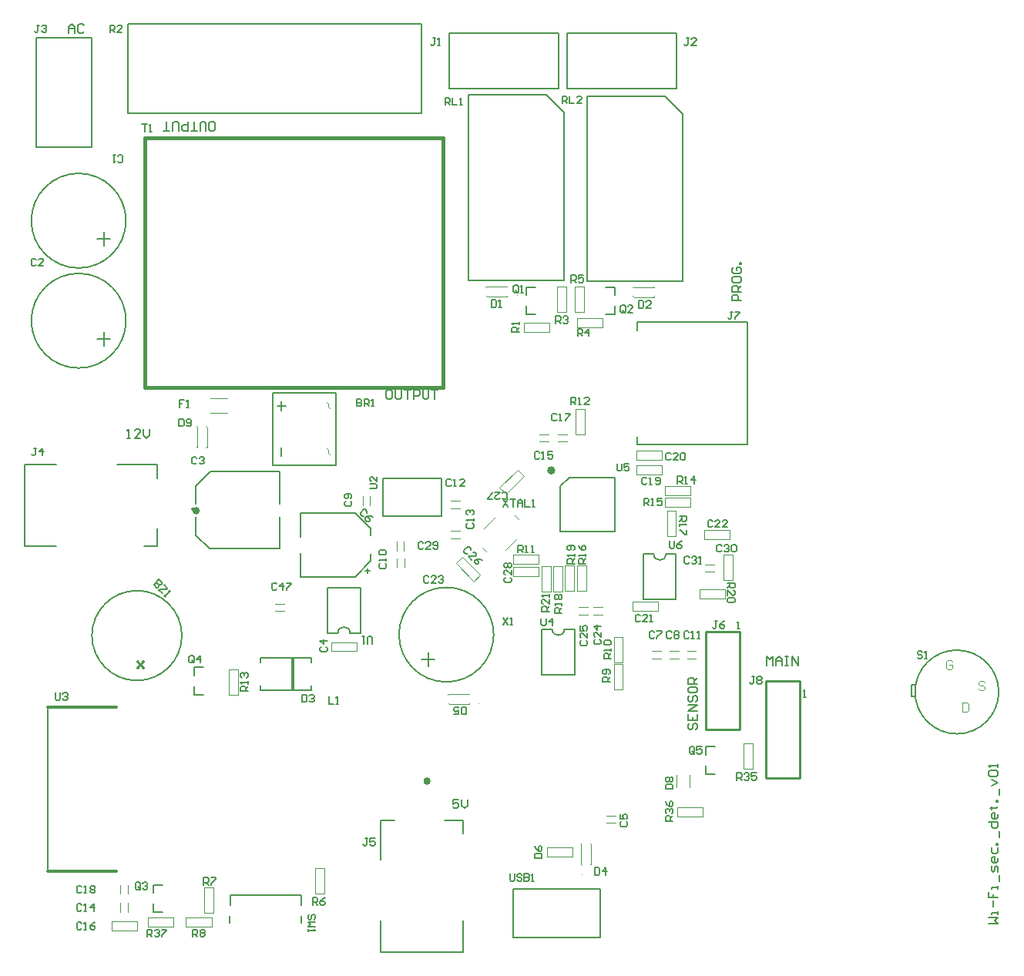
<source format=gto>
G04*
G04 #@! TF.GenerationSoftware,Altium Limited,Altium Designer,23.3.1 (30)*
G04*
G04 Layer_Color=65535*
%FSLAX25Y25*%
%MOIN*%
G70*
G04*
G04 #@! TF.SameCoordinates,F1967EA3-8312-49A4-A2FB-0AE49F0FF499*
G04*
G04*
G04 #@! TF.FilePolarity,Positive*
G04*
G01*
G75*
%ADD10C,0.01575*%
%ADD11C,0.00787*%
%ADD12C,0.01968*%
%ADD13C,0.00394*%
%ADD14C,0.00500*%
%ADD15C,0.01181*%
%ADD16C,0.00984*%
%ADD17C,0.00591*%
%ADD18R,0.01181X0.14173*%
D10*
X76417Y185512D02*
G03*
X76417Y185512I-787J0D01*
G01*
X176299Y68543D02*
G03*
X176299Y68543I-787J0D01*
G01*
X53543Y238807D02*
Y346850D01*
Y238807D02*
X182283D01*
Y346850D01*
X53543D02*
X182283D01*
D11*
X229646Y134252D02*
G03*
X234921Y134252I2638J0D01*
G01*
X273543Y166792D02*
G03*
X278818Y166792I2638J0D01*
G01*
X204331Y131889D02*
G03*
X204331Y131889I-20472J0D01*
G01*
X74410Y186221D02*
G03*
X74410Y186221I-394J0D01*
G01*
X422835Y107087D02*
G03*
X422835Y107087I-18110J0D01*
G01*
X69451Y131496D02*
G03*
X69451Y131496I-19451J0D01*
G01*
X142205Y132598D02*
G03*
X136929Y132598I-2638J0D01*
G01*
X45257Y311024D02*
G03*
X45257Y311024I-20472J0D01*
G01*
X45276Y267735D02*
G03*
X45276Y267735I-20472J0D01*
G01*
X57087Y11811D02*
X61024D01*
X57087D02*
Y15354D01*
Y23622D02*
X61024D01*
X57087Y20079D02*
Y23622D01*
X11417Y29528D02*
Y100394D01*
X225197Y134252D02*
X229646D01*
X234921D02*
X239370D01*
X227067Y114567D02*
X229528D01*
X225197D02*
X226870D01*
X225197D02*
Y134252D01*
X226870Y114567D02*
X227067D01*
X237697D02*
X239370D01*
X235039D02*
X237500D01*
X237697D01*
X229528D02*
X235039D01*
X239370D02*
Y134252D01*
X269094Y166792D02*
X273543D01*
X278818D02*
X283267D01*
X270964Y147107D02*
X273425D01*
X269094D02*
X270767D01*
X269094D02*
Y166792D01*
X270767Y147107D02*
X270964D01*
X281594D02*
X283267D01*
X278937D02*
X281397D01*
X281594D01*
X273425D02*
X278937D01*
X283267D02*
Y166792D01*
X175984Y118110D02*
Y124015D01*
X173031Y121063D02*
X178937D01*
X193543Y285276D02*
X234882D01*
X193543D02*
Y365591D01*
X227008D01*
X234882Y357716D01*
Y285276D02*
Y357716D01*
X233180Y176378D02*
Y196063D01*
X237117Y200000D01*
X256802D01*
X233180Y176378D02*
X256802D01*
Y200000D01*
X266535Y263543D02*
Y267087D01*
X314173D01*
Y214331D02*
Y267087D01*
X266535Y214331D02*
X314173D01*
X266535D02*
Y217480D01*
X236221Y392126D02*
X283465D01*
X236221Y391732D02*
Y392126D01*
Y368110D02*
Y391732D01*
Y368110D02*
X283465D01*
Y392126D01*
X185039D02*
X232283D01*
X185039Y391732D02*
Y392126D01*
Y368110D02*
Y391732D01*
Y368110D02*
X232283D01*
Y392126D01*
X244843Y284685D02*
X286181D01*
X244843D02*
Y365000D01*
X278307D01*
X286181Y357126D01*
Y284685D02*
Y357126D01*
X75591Y194144D02*
Y196260D01*
Y188583D02*
Y191486D01*
X81299Y169291D02*
X111811D01*
Y182677D01*
X75591Y191486D02*
Y194144D01*
Y196260D02*
X81693Y202362D01*
X111811D01*
Y188583D02*
Y202362D01*
X75591Y175000D02*
Y178543D01*
Y175000D02*
X81299Y169291D01*
X75591Y178543D02*
Y182677D01*
X296063Y79921D02*
Y83465D01*
X300000D01*
X296063Y71653D02*
Y75197D01*
Y71653D02*
X300000D01*
X385039Y105118D02*
X386614D01*
X385039D02*
Y110236D01*
X386614D01*
X218504Y270472D02*
X222441D01*
X218504D02*
Y274016D01*
Y282283D02*
X222441D01*
X218504Y278740D02*
Y282283D01*
X212795Y3740D02*
Y21850D01*
X250590D01*
Y984D02*
Y21850D01*
X227756Y984D02*
X235630D01*
X212795D02*
Y3740D01*
Y984D02*
X223819D01*
X239567D02*
X250590D01*
X223819D02*
X227756D01*
X235630D02*
X239567D01*
X252756Y282283D02*
X256693D01*
Y278740D02*
Y282283D01*
X252756Y270472D02*
X256693D01*
Y274016D01*
X90158Y7087D02*
Y10236D01*
X121260Y7087D02*
Y10236D01*
Y14961D02*
Y19291D01*
X90551D02*
X121260D01*
X90551Y14961D02*
Y19291D01*
X74803Y114173D02*
Y117717D01*
X78740D01*
X74803Y105905D02*
Y109449D01*
Y105905D02*
X78740D01*
X125531Y120000D02*
Y121968D01*
X103484D02*
X125531D01*
X103484Y120000D02*
Y121968D01*
Y107795D02*
Y109764D01*
Y107795D02*
X125531D01*
Y109764D01*
X110630Y230709D02*
X114567Y230709D01*
X112598Y232677D02*
X112599Y228740D01*
X112598Y212992D02*
X112599Y209055D01*
X108661Y205118D02*
X136221Y205118D01*
Y236614D01*
X108661Y236614D02*
X136221Y236614D01*
X108661Y205118D02*
Y236614D01*
X156299Y183071D02*
Y199606D01*
Y183071D02*
X181890D01*
Y199606D01*
X163878D02*
X174311D01*
X156299D02*
X163878D01*
X174311D02*
X181890D01*
X148819Y159370D02*
X150787D01*
X149803Y158386D02*
Y160354D01*
X150984Y174724D02*
Y177874D01*
X144291Y184567D02*
X150984Y177874D01*
X120669Y184567D02*
X144291D01*
X120669Y174331D02*
Y184567D01*
X150984Y163701D02*
Y166850D01*
X144291Y157008D02*
X150984Y163701D01*
X120669Y157008D02*
X144291D01*
X120669D02*
Y167244D01*
X132480Y132598D02*
Y152283D01*
X136811D02*
X142323D01*
X134153D02*
X134350D01*
X136811D01*
X132480D02*
X134153D01*
X144783D02*
X144980D01*
X146653Y132598D02*
Y152283D01*
X144980D02*
X146653D01*
X142323D02*
X144783D01*
X132480Y132598D02*
X136929D01*
X142205D02*
X146653D01*
X32658Y303150D02*
X38564D01*
X35611Y300197D02*
Y306102D01*
X46063Y357638D02*
Y396220D01*
Y357638D02*
X173228D01*
Y396220D01*
X46063D02*
X173228D01*
X6299Y342913D02*
Y390158D01*
Y342913D02*
X6693D01*
X30315D01*
Y390158D01*
X6299D02*
X30315D01*
X35630Y256909D02*
Y262814D01*
X32677Y259861D02*
X38583D01*
X322441Y118504D02*
Y122440D01*
X323753Y121128D01*
X325065Y122440D01*
Y118504D01*
X326377D02*
Y121128D01*
X327689Y122440D01*
X329000Y121128D01*
Y118504D01*
Y120472D01*
X326377D01*
X330312Y122440D02*
X331624D01*
X330968D01*
Y118504D01*
X330312D01*
X331624D01*
X333592D02*
Y122440D01*
X336216Y118504D01*
Y122440D01*
X289240Y93569D02*
X288584Y92913D01*
Y91601D01*
X289240Y90945D01*
X289896D01*
X290552Y91601D01*
Y92913D01*
X291208Y93569D01*
X291864D01*
X292520Y92913D01*
Y91601D01*
X291864Y90945D01*
X288584Y97504D02*
Y94881D01*
X292520D01*
Y97504D01*
X290552Y94881D02*
Y96193D01*
X292520Y98816D02*
X288584D01*
X292520Y101440D01*
X288584D01*
X289240Y105376D02*
X288584Y104720D01*
Y103408D01*
X289240Y102752D01*
X289896D01*
X290552Y103408D01*
Y104720D01*
X291208Y105376D01*
X291864D01*
X292520Y104720D01*
Y103408D01*
X291864Y102752D01*
X288584Y108656D02*
Y107344D01*
X289240Y106688D01*
X291864D01*
X292520Y107344D01*
Y108656D01*
X291864Y109312D01*
X289240D01*
X288584Y108656D01*
X292520Y110624D02*
X288584D01*
Y112591D01*
X289240Y113247D01*
X290552D01*
X291208Y112591D01*
Y110624D01*
Y111935D02*
X292520Y113247D01*
X311417Y276378D02*
X307482D01*
Y278346D01*
X308137Y279002D01*
X309449D01*
X310105Y278346D01*
Y276378D01*
X311417Y280314D02*
X307482D01*
Y282282D01*
X308137Y282938D01*
X309449D01*
X310105Y282282D01*
Y280314D01*
Y281626D02*
X311417Y282938D01*
X307482Y286217D02*
Y284905D01*
X308137Y284249D01*
X310761D01*
X311417Y284905D01*
Y286217D01*
X310761Y286873D01*
X308137D01*
X307482Y286217D01*
X308137Y290809D02*
X307482Y290153D01*
Y288841D01*
X308137Y288185D01*
X310761D01*
X311417Y288841D01*
Y290153D01*
X310761Y290809D01*
X309449D01*
Y289497D01*
X311417Y292121D02*
X310761D01*
Y292777D01*
X311417D01*
Y292121D01*
X189238Y60629D02*
X186614D01*
Y58661D01*
X187926Y59317D01*
X188582D01*
X189238Y58661D01*
Y57349D01*
X188582Y56693D01*
X187270D01*
X186614Y57349D01*
X190550Y60629D02*
Y58005D01*
X191862Y56693D01*
X193174Y58005D01*
Y60629D01*
X45669Y216929D02*
X46981D01*
X46325D01*
Y220865D01*
X45669Y220209D01*
X51573Y216929D02*
X48949D01*
X51573Y219553D01*
Y220209D01*
X50917Y220865D01*
X49605D01*
X48949Y220209D01*
X52885Y220865D02*
Y218241D01*
X54197Y216929D01*
X55509Y218241D01*
Y220865D01*
X20472Y392126D02*
Y394750D01*
X21784Y396062D01*
X23096Y394750D01*
Y392126D01*
Y394094D01*
X20472D01*
X27032Y395406D02*
X26376Y396062D01*
X25064D01*
X24408Y395406D01*
Y392782D01*
X25064Y392126D01*
X26376D01*
X27032Y392782D01*
X159842Y237794D02*
X158530D01*
X157874Y237138D01*
Y234514D01*
X158530Y233858D01*
X159842D01*
X160498Y234514D01*
Y237138D01*
X159842Y237794D01*
X161810D02*
Y234514D01*
X162466Y233858D01*
X163778D01*
X164434Y234514D01*
Y237794D01*
X165745D02*
X168369D01*
X167057D01*
Y233858D01*
X169681D02*
Y237794D01*
X171649D01*
X172305Y237138D01*
Y235826D01*
X171649Y235170D01*
X169681D01*
X173617Y237794D02*
Y234514D01*
X174273Y233858D01*
X175585D01*
X176241Y234514D01*
Y237794D01*
X177553D02*
X180176D01*
X178865D01*
Y233858D01*
X81890Y350001D02*
X83202D01*
X83858Y350657D01*
Y353281D01*
X83202Y353937D01*
X81890D01*
X81235Y353281D01*
Y350657D01*
X81890Y350001D01*
X79923D02*
Y353281D01*
X79267Y353937D01*
X77955D01*
X77299Y353281D01*
Y350001D01*
X75987D02*
X73363D01*
X74675D01*
Y353937D01*
X72051D02*
Y350001D01*
X70083D01*
X69427Y350657D01*
Y351969D01*
X70083Y352625D01*
X72051D01*
X68115Y350001D02*
Y353281D01*
X67459Y353937D01*
X66148D01*
X65492Y353281D01*
Y350001D01*
X64180D02*
X61556D01*
X62868D01*
Y353937D01*
D12*
X230030Y202953D02*
G03*
X230030Y202953I-787J0D01*
G01*
D13*
X242717Y28150D02*
G03*
X242717Y28150I-197J0D01*
G01*
X246457Y41142D02*
G03*
X246063Y41535I-394J0D01*
G01*
Y32087D02*
G03*
X246457Y32480I0J394D01*
G01*
X242126D02*
G03*
X242520Y32087I394J0D01*
G01*
Y41535D02*
G03*
X242126Y41142I0J-394D01*
G01*
X214606Y278543D02*
G03*
X214606Y278543I-197J0D01*
G01*
X201417Y282480D02*
G03*
X201024Y282087I0J-394D01*
G01*
X210472D02*
G03*
X210079Y282480I-394J0D01*
G01*
Y278150D02*
G03*
X210472Y278543I0J394D01*
G01*
X201024D02*
G03*
X201417Y278150I394J0D01*
G01*
X184646Y102165D02*
G03*
X185039Y101772I394J0D01*
G01*
X193701D02*
G03*
X194095Y102165I0J394D01*
G01*
Y105709D02*
G03*
X193701Y106102I-394J0D01*
G01*
X185039D02*
G03*
X184646Y105709I0J-394D01*
G01*
X198228Y102165D02*
G03*
X198228Y102165I-197J0D01*
G01*
X260827Y281890D02*
G03*
X260827Y281890I-197J0D01*
G01*
X273622Y277953D02*
G03*
X274016Y278346I0J394D01*
G01*
X264567D02*
G03*
X264961Y277953I394J0D01*
G01*
Y282283D02*
G03*
X264567Y281890I0J-394D01*
G01*
X274016D02*
G03*
X273622Y282283I-394J0D01*
G01*
X80118Y225984D02*
G03*
X80118Y225984I-197J0D01*
G01*
X75984Y212992D02*
G03*
X76378Y212598I394J0D01*
G01*
Y222047D02*
G03*
X75984Y221654I0J-394D01*
G01*
X80315D02*
G03*
X79921Y222047I-394J0D01*
G01*
Y212598D02*
G03*
X80315Y212992I0J394D01*
G01*
X79134Y22638D02*
X83071D01*
X79134Y11615D02*
Y22638D01*
Y11615D02*
X83071D01*
Y22638D01*
X54724Y5512D02*
X65748D01*
X54724D02*
Y9449D01*
X65748D01*
Y5512D02*
Y9449D01*
X109843Y145256D02*
X110827D01*
X112795D02*
X113779D01*
X110827D02*
X112795D01*
X109843Y142106D02*
X113779D01*
X243701Y218347D02*
Y229370D01*
X239764Y218347D02*
X243701D01*
X239764D02*
Y229370D01*
X243701D01*
X287992Y121595D02*
X291929D01*
X288976Y124744D02*
X290945D01*
X291929D01*
X287992D02*
X288976D01*
X280512Y121595D02*
X284449D01*
X281496Y124744D02*
X283465D01*
X284449D01*
X280512D02*
X281496D01*
X272835Y121595D02*
X276772D01*
X273819Y124744D02*
X275787D01*
X276772D01*
X272835D02*
X273819D01*
X199489Y169466D02*
X201159Y167796D01*
X209511Y168352D02*
X214522Y173363D01*
X213408Y183385D02*
X215078Y181715D01*
X200045Y177818D02*
X205056Y182829D01*
X190802Y165526D02*
X198597Y157731D01*
X195813Y154947D02*
X198597Y157731D01*
X188018Y162742D02*
X195813Y154947D01*
X188018Y162742D02*
X190802Y165526D01*
X289370Y187205D02*
Y191142D01*
X278346D02*
X289370D01*
X278346Y187205D02*
Y191142D01*
Y187205D02*
X289370D01*
X289369Y192126D02*
Y196063D01*
X278346D02*
X289369D01*
X278346Y192126D02*
Y196063D01*
Y192126D02*
X289369D01*
X227559Y35827D02*
X238583D01*
X227559D02*
Y39764D01*
X238583D01*
Y35827D02*
Y39764D01*
X256299Y119685D02*
X260236D01*
Y130709D01*
X256299D02*
X260236D01*
X256299Y119685D02*
Y130709D01*
X279331Y185433D02*
X283268D01*
X279331Y174409D02*
Y185433D01*
Y174409D02*
X283268D01*
Y185433D01*
X240354Y161811D02*
X244291D01*
X240354Y150787D02*
Y161811D01*
Y150787D02*
X244291D01*
Y161811D01*
X214710Y203321D02*
X217494Y200537D01*
X206915Y195526D02*
X214710Y203321D01*
X206915Y195526D02*
X209699Y192742D01*
X217494Y200537D01*
X256102Y50394D02*
X257087D01*
X253150D02*
X254134D01*
X256102D01*
X253150Y53543D02*
X257087D01*
X246457Y40748D02*
Y41142D01*
Y32480D02*
Y40748D01*
X242126Y32480D02*
Y32874D01*
Y40748D02*
Y41142D01*
Y32874D02*
Y40748D01*
X165748Y163976D02*
Y164961D01*
Y161024D02*
Y162008D01*
Y163976D01*
X162598Y161024D02*
Y164961D01*
X150787Y190748D02*
Y191732D01*
Y187795D02*
Y188779D01*
Y190748D01*
X147638Y187795D02*
Y191732D01*
X316383Y73819D02*
Y84843D01*
X312446Y73819D02*
X316383D01*
X312446D02*
Y84843D01*
X316383D01*
X283859Y57087D02*
X294882D01*
Y53150D02*
Y57087D01*
X283859Y53150D02*
X294882D01*
X283859D02*
Y57087D01*
X283465Y65748D02*
Y71260D01*
X288976Y65748D02*
Y71260D01*
X231890Y282480D02*
X235827D01*
X231890Y271457D02*
Y282480D01*
Y271457D02*
X235827D01*
Y282480D01*
X201417Y282480D02*
X201811D01*
X210079D01*
X209685Y278150D02*
X210079D01*
X201417D02*
X201811D01*
X209685D01*
X240551Y264961D02*
X251575D01*
X240551D02*
Y268898D01*
X251575D01*
Y264961D02*
Y268898D01*
X217323Y262992D02*
Y266929D01*
Y262992D02*
X228346D01*
Y266929D01*
X217323D02*
X228346D01*
X277165Y201181D02*
Y205118D01*
X266142D02*
X277165D01*
X266142Y201181D02*
Y205118D01*
Y201181D02*
X277165D01*
X277165Y207578D02*
Y211515D01*
X266141D02*
X277165D01*
X266141Y207578D02*
Y211515D01*
Y207578D02*
X277165D01*
X275590Y142126D02*
Y146063D01*
X264567D02*
X275590D01*
X264567Y142126D02*
Y146063D01*
Y142126D02*
X275590D01*
X306299Y173228D02*
Y177165D01*
X295276D02*
X306299D01*
X295276Y173228D02*
Y177165D01*
Y173228D02*
X306299D01*
X232087Y218543D02*
X236024D01*
X233071Y215394D02*
X235039D01*
X232087D02*
X233071D01*
X235039D02*
X236024D01*
X224213D02*
X228150D01*
X225197Y218543D02*
X227165D01*
X228150D01*
X224213D02*
X225197D01*
X303937Y155512D02*
X307874D01*
Y166535D01*
X303937D02*
X307874D01*
X303937Y155512D02*
Y166535D01*
X295669Y162284D02*
X299606D01*
X296654Y159134D02*
X298622D01*
X295669D02*
X296654D01*
X298622D02*
X299606D01*
X293307Y151418D02*
X304331D01*
Y147481D02*
Y151418D01*
X293307Y147481D02*
X304331D01*
X293307D02*
Y151418D01*
X212794Y166613D02*
X223818D01*
Y162676D02*
Y166613D01*
X212794Y162676D02*
X223818D01*
X212794D02*
Y166613D01*
X212795Y157164D02*
Y161101D01*
Y157164D02*
X223818D01*
Y161101D01*
X212795D02*
X223818D01*
X235236Y150787D02*
Y161811D01*
X239173D01*
Y150787D02*
Y161811D01*
X235236Y150787D02*
X239173D01*
X225197Y150393D02*
Y161417D01*
X229134D01*
Y150393D02*
Y161417D01*
X225197Y150393D02*
X229134D01*
X230118D02*
Y161417D01*
X234055D01*
Y150393D02*
Y161417D01*
X230118Y150393D02*
X234055D01*
X241142Y140551D02*
X245079D01*
X242126Y143701D02*
X244094D01*
X245079D01*
X241142D02*
X242126D01*
X247441D02*
X251378D01*
X248425Y140551D02*
X250394D01*
X247441D02*
X248425D01*
X250394D02*
X251378D01*
X260236Y108268D02*
Y119291D01*
X256299Y108268D02*
X260236D01*
X256299D02*
Y119291D01*
X260236D01*
X185433Y101772D02*
X193307D01*
X185039D02*
X185433D01*
X193307D02*
X193701D01*
X185433Y106102D02*
X193701D01*
X185039D02*
X185433D01*
X273228Y277953D02*
X273622D01*
X264961D02*
X273228D01*
X264961Y282283D02*
X265354D01*
X273228D02*
X273622D01*
X265354D02*
X273228D01*
X239370Y282480D02*
X243307D01*
X239370Y271456D02*
Y282480D01*
Y271456D02*
X243307D01*
Y282480D01*
X162402Y168110D02*
Y169095D01*
Y171063D02*
Y172047D01*
Y169095D02*
Y171063D01*
X165551Y168110D02*
Y172047D01*
X75984Y212992D02*
Y213386D01*
Y221654D01*
X80315Y221260D02*
Y221654D01*
Y212992D02*
Y213386D01*
Y221260D01*
X71260Y5512D02*
X82284D01*
X71260D02*
Y9449D01*
X82284D01*
Y5512D02*
Y9449D01*
X131102Y19685D02*
Y30709D01*
X127165Y19685D02*
X131102D01*
X127165D02*
Y30709D01*
X131102D01*
X45947Y19685D02*
Y23622D01*
X42797Y20669D02*
Y22638D01*
Y23622D01*
Y19685D02*
Y20669D01*
X42797Y11811D02*
Y15748D01*
X45947Y12795D02*
Y14764D01*
Y11811D02*
Y12795D01*
Y14764D02*
Y15748D01*
X38976Y3937D02*
Y7874D01*
Y3937D02*
X50000D01*
Y7874D01*
X38976D02*
X50000D01*
X93701Y105709D02*
Y116733D01*
X89764Y105709D02*
X93701D01*
X89764D02*
Y116733D01*
X93701D01*
X185827Y176772D02*
X189764D01*
X186811Y173622D02*
X188779D01*
X185827D02*
X186811D01*
X188779D02*
X189764D01*
X185827Y186614D02*
X189764D01*
X186811Y189764D02*
X188779D01*
X189764D01*
X185827D02*
X186811D01*
X81890Y234272D02*
X88976D01*
X81890Y227972D02*
X88976D01*
X134055Y124724D02*
X145079D01*
X134055D02*
Y128661D01*
X145079D01*
Y124724D02*
Y128661D01*
X402624Y120209D02*
X401968Y120865D01*
X400656D01*
X400000Y120209D01*
Y117585D01*
X400656Y116929D01*
X401968D01*
X402624Y117585D01*
Y118897D01*
X401312D01*
X416797Y111154D02*
X416141Y111810D01*
X414829D01*
X414173Y111154D01*
Y110498D01*
X414829Y109842D01*
X416141D01*
X416797Y109186D01*
Y108530D01*
X416141Y107874D01*
X414829D01*
X414173Y108530D01*
X407087Y102361D02*
Y98425D01*
X409055D01*
X409710Y99081D01*
Y101705D01*
X409055Y102361D01*
X407087D01*
X133465Y229921D02*
X132809Y230577D01*
Y231889D01*
X132153Y232545D01*
X133465Y209842D02*
X132809Y210498D01*
Y211810D01*
X132153Y212466D01*
D14*
X1575Y170079D02*
Y205512D01*
X15157D01*
X41535D02*
X58661D01*
Y199606D02*
Y205512D01*
Y170079D02*
Y177953D01*
X1575Y170079D02*
X15157D01*
X52953D02*
X58661D01*
X155512Y-5512D02*
X190945D01*
X155512D02*
Y8071D01*
Y34449D02*
Y51575D01*
X161417D01*
X183071D02*
X190945D01*
Y-5512D02*
Y8071D01*
Y45866D02*
Y51575D01*
D15*
X11417Y29528D02*
X40945D01*
X11417Y100394D02*
X40945D01*
D16*
X310630Y90886D02*
Y133012D01*
X296063Y90886D02*
X310630D01*
X296063D02*
Y133012D01*
X310630D01*
X336614Y69882D02*
Y112008D01*
X322047Y69882D02*
X336614D01*
X322047D02*
Y112008D01*
X336614D01*
X50000Y120361D02*
X52784Y117577D01*
X50000D02*
X52784Y120361D01*
D17*
X418440Y6890D02*
X422375D01*
X421064Y8202D01*
X422375Y9514D01*
X418440D01*
X422375Y10825D02*
Y12137D01*
Y11481D01*
X419752D01*
Y10825D01*
X420408Y14105D02*
Y16729D01*
X418440Y20665D02*
Y18041D01*
X420408D01*
Y19353D01*
Y18041D01*
X422375D01*
Y21977D02*
Y23289D01*
Y22633D01*
X419752D01*
Y21977D01*
X423032Y25256D02*
Y27880D01*
X422375Y29192D02*
Y31160D01*
X421720Y31816D01*
X421064Y31160D01*
Y29848D01*
X420408Y29192D01*
X419752Y29848D01*
Y31816D01*
X422375Y35096D02*
Y33784D01*
X421720Y33128D01*
X420408D01*
X419752Y33784D01*
Y35096D01*
X420408Y35752D01*
X421064D01*
Y33128D01*
X419752Y39688D02*
Y37720D01*
X420408Y37064D01*
X421720D01*
X422375Y37720D01*
Y39688D01*
Y40999D02*
X421720D01*
Y41655D01*
X422375D01*
Y40999D01*
X423032Y44279D02*
Y46903D01*
X418440Y50839D02*
X422375D01*
Y48871D01*
X421720Y48215D01*
X420408D01*
X419752Y48871D01*
Y50839D01*
X422375Y54119D02*
Y52807D01*
X421720Y52151D01*
X420408D01*
X419752Y52807D01*
Y54119D01*
X420408Y54775D01*
X421064D01*
Y52151D01*
X419096Y56742D02*
X419752D01*
Y56086D01*
Y57398D01*
Y56742D01*
X421720D01*
X422375Y57398D01*
Y59366D02*
X421720D01*
Y60022D01*
X422375D01*
Y59366D01*
X423032Y62646D02*
Y65270D01*
X419752Y66582D02*
X422375Y67894D01*
X419752Y69206D01*
X419096Y70517D02*
X418440Y71174D01*
Y72485D01*
X419096Y73141D01*
X421720D01*
X422375Y72485D01*
Y71174D01*
X421720Y70517D01*
X419096D01*
X422375Y74453D02*
Y75765D01*
Y75109D01*
X418440D01*
X419096Y74453D01*
X309646Y134449D02*
X310695D01*
X310170D01*
Y137597D01*
X309646Y137073D01*
X338386Y104921D02*
X339435D01*
X338911D01*
Y108070D01*
X338386Y107545D01*
X110499Y153805D02*
X109975Y154330D01*
X108925D01*
X108400Y153805D01*
Y151706D01*
X108925Y151182D01*
X109975D01*
X110499Y151706D01*
X113123Y151182D02*
Y154330D01*
X111549Y152756D01*
X113648D01*
X114698Y154330D02*
X116797D01*
Y153805D01*
X114698Y151706D01*
Y151182D01*
X68242Y225196D02*
Y222048D01*
X69817D01*
X70341Y222572D01*
Y224672D01*
X69817Y225196D01*
X68242D01*
X71391Y222572D02*
X71916Y222048D01*
X72965D01*
X73490Y222572D01*
Y224672D01*
X72965Y225196D01*
X71916D01*
X71391Y224672D01*
Y224147D01*
X71916Y223622D01*
X73490D01*
X54463Y1182D02*
Y4330D01*
X56038D01*
X56562Y3805D01*
Y2756D01*
X56038Y2231D01*
X54463D01*
X55513D02*
X56562Y1182D01*
X57612Y3805D02*
X58137Y4330D01*
X59186D01*
X59711Y3805D01*
Y3281D01*
X59186Y2756D01*
X58661D01*
X59186D01*
X59711Y2231D01*
Y1706D01*
X59186Y1182D01*
X58137D01*
X57612Y1706D01*
X60760Y4330D02*
X62859D01*
Y3805D01*
X60760Y1706D01*
Y1182D01*
X208424Y190473D02*
X210523Y187325D01*
Y190473D02*
X208424Y187325D01*
X211573Y190473D02*
X213672D01*
X212622D01*
Y187325D01*
X214721D02*
Y189424D01*
X215771Y190473D01*
X216821Y189424D01*
Y187325D01*
Y188899D01*
X214721D01*
X217870Y190473D02*
Y187325D01*
X219969D01*
X221019D02*
X222068D01*
X221543D01*
Y190473D01*
X221019Y189948D01*
X208300Y139249D02*
X210399Y136100D01*
Y139249D02*
X208300Y136100D01*
X211449D02*
X212498D01*
X211973D01*
Y139249D01*
X211449Y138724D01*
X211288Y28346D02*
Y25722D01*
X211813Y25197D01*
X212862D01*
X213387Y25722D01*
Y28346D01*
X216535Y27821D02*
X216011Y28346D01*
X214961D01*
X214436Y27821D01*
Y27296D01*
X214961Y26772D01*
X216011D01*
X216535Y26247D01*
Y25722D01*
X216011Y25197D01*
X214961D01*
X214436Y25722D01*
X217585Y28346D02*
Y25197D01*
X219159D01*
X219684Y25722D01*
Y26247D01*
X219159Y26772D01*
X217585D01*
X219159D01*
X219684Y27296D01*
Y27821D01*
X219159Y28346D01*
X217585D01*
X220734Y25197D02*
X221783D01*
X221258D01*
Y28346D01*
X220734Y27821D01*
X280447Y172440D02*
Y169817D01*
X280972Y169292D01*
X282021D01*
X282546Y169817D01*
Y172440D01*
X285695D02*
X284645Y171916D01*
X283596Y170866D01*
Y169817D01*
X284120Y169292D01*
X285170D01*
X285695Y169817D01*
Y170341D01*
X285170Y170866D01*
X283596D01*
X257612Y205905D02*
Y203281D01*
X258137Y202756D01*
X259187D01*
X259712Y203281D01*
Y205905D01*
X262860D02*
X260761D01*
Y204331D01*
X261810Y204855D01*
X262335D01*
X262860Y204331D01*
Y203281D01*
X262335Y202756D01*
X261286D01*
X260761Y203281D01*
X224935Y138976D02*
Y136352D01*
X225460Y135827D01*
X226509D01*
X227034Y136352D01*
Y138976D01*
X229658Y135827D02*
Y138976D01*
X228084Y137402D01*
X230183D01*
X14699Y106692D02*
Y104069D01*
X15224Y103544D01*
X16273D01*
X16798Y104069D01*
Y106692D01*
X17848Y106168D02*
X18372Y106692D01*
X19422D01*
X19947Y106168D01*
Y105643D01*
X19422Y105118D01*
X18897D01*
X19422D01*
X19947Y104593D01*
Y104069D01*
X19422Y103544D01*
X18372D01*
X17848Y104069D01*
X150788Y195014D02*
X153412D01*
X153937Y195539D01*
Y196588D01*
X153412Y197113D01*
X150788D01*
X153937Y200262D02*
Y198163D01*
X151837Y200262D01*
X151313D01*
X150788Y199737D01*
Y198687D01*
X151313Y198163D01*
X151705Y127953D02*
Y130577D01*
X151181Y131102D01*
X150131D01*
X149606Y130577D01*
Y127953D01*
X148557Y131102D02*
X147507D01*
X148032D01*
Y127953D01*
X148557Y128478D01*
X52232Y352755D02*
X54331D01*
X53281D01*
Y349607D01*
X55380D02*
X56430D01*
X55905D01*
Y352755D01*
X55380Y352231D01*
X126640Y8661D02*
X127165Y9186D01*
Y10235D01*
X126640Y10760D01*
X126115D01*
X125591Y10235D01*
Y9186D01*
X125066Y8661D01*
X124541D01*
X124016Y9186D01*
Y10235D01*
X124541Y10760D01*
X127165Y7611D02*
X124016D01*
X125066Y6562D01*
X124016Y5512D01*
X127165D01*
X124016Y4463D02*
Y3413D01*
Y3938D01*
X127165D01*
X126640Y4463D01*
X389764Y124278D02*
X389239Y124803D01*
X388190D01*
X387665Y124278D01*
Y123753D01*
X388190Y123228D01*
X389239D01*
X389764Y122704D01*
Y122179D01*
X389239Y121654D01*
X388190D01*
X387665Y122179D01*
X390813Y121654D02*
X391863D01*
X391338D01*
Y124803D01*
X390813Y124278D01*
X233991Y361811D02*
Y364960D01*
X235565D01*
X236090Y364435D01*
Y363386D01*
X235565Y362861D01*
X233991D01*
X235040D02*
X236090Y361811D01*
X237139Y364960D02*
Y361811D01*
X239239D01*
X242387D02*
X240288D01*
X242387Y363911D01*
Y364435D01*
X241862Y364960D01*
X240813D01*
X240288Y364435D01*
X183335Y361024D02*
Y364173D01*
X184909D01*
X185434Y363648D01*
Y362598D01*
X184909Y362074D01*
X183335D01*
X184384D02*
X185434Y361024D01*
X186483Y364173D02*
Y361024D01*
X188582D01*
X189632D02*
X190681D01*
X190156D01*
Y364173D01*
X189632Y363648D01*
X281889Y51314D02*
X278741D01*
Y52888D01*
X279265Y53413D01*
X280315D01*
X280840Y52888D01*
Y51314D01*
Y52363D02*
X281889Y53413D01*
X279265Y54462D02*
X278741Y54987D01*
Y56037D01*
X279265Y56561D01*
X279790D01*
X280315Y56037D01*
Y55512D01*
Y56037D01*
X280840Y56561D01*
X281364D01*
X281889Y56037D01*
Y54987D01*
X281364Y54462D01*
X278741Y59710D02*
X279265Y58660D01*
X280315Y57611D01*
X281364D01*
X281889Y58136D01*
Y59185D01*
X281364Y59710D01*
X280840D01*
X280315Y59185D01*
Y57611D01*
X309581Y68898D02*
Y72047D01*
X311156D01*
X311681Y71522D01*
Y70473D01*
X311156Y69948D01*
X309581D01*
X310631D02*
X311681Y68898D01*
X312730Y71522D02*
X313255Y72047D01*
X314304D01*
X314829Y71522D01*
Y70997D01*
X314304Y70473D01*
X313779D01*
X314304D01*
X314829Y69948D01*
Y69423D01*
X314304Y68898D01*
X313255D01*
X312730Y69423D01*
X317978Y72047D02*
X315879D01*
Y70473D01*
X316928Y70997D01*
X317453D01*
X317978Y70473D01*
Y69423D01*
X317453Y68898D01*
X316403D01*
X315879Y69423D01*
X228346Y141996D02*
X225197D01*
Y143570D01*
X225722Y144095D01*
X226772D01*
X227296Y143570D01*
Y141996D01*
Y143045D02*
X228346Y144095D01*
Y147244D02*
Y145144D01*
X226247Y147244D01*
X225722D01*
X225197Y146719D01*
Y145669D01*
X225722Y145144D01*
X228346Y148293D02*
Y149343D01*
Y148818D01*
X225197D01*
X225722Y148293D01*
X305512Y154198D02*
X308661D01*
Y152624D01*
X308136Y152099D01*
X307087D01*
X306562Y152624D01*
Y154198D01*
Y153149D02*
X305512Y152099D01*
Y148951D02*
Y151049D01*
X307611Y148951D01*
X308136D01*
X308661Y149475D01*
Y150525D01*
X308136Y151049D01*
Y147901D02*
X308661Y147376D01*
Y146327D01*
X308136Y145802D01*
X306037D01*
X305512Y146327D01*
Y147376D01*
X306037Y147901D01*
X308136D01*
X239370Y162600D02*
X236221D01*
Y164174D01*
X236746Y164699D01*
X237795D01*
X238320Y164174D01*
Y162600D01*
Y163649D02*
X239370Y164699D01*
Y165748D02*
Y166798D01*
Y166273D01*
X236221D01*
X236746Y165748D01*
X238845Y168372D02*
X239370Y168897D01*
Y169946D01*
X238845Y170471D01*
X236746D01*
X236221Y169946D01*
Y168897D01*
X236746Y168372D01*
X237270D01*
X237795Y168897D01*
Y170471D01*
X233858Y141340D02*
X230709D01*
Y142914D01*
X231234Y143439D01*
X232283D01*
X232808Y142914D01*
Y141340D01*
Y142389D02*
X233858Y143439D01*
Y144488D02*
Y145538D01*
Y145013D01*
X230709D01*
X231234Y144488D01*
Y147112D02*
X230709Y147637D01*
Y148687D01*
X231234Y149211D01*
X231759D01*
X232283Y148687D01*
X232808Y149211D01*
X233333D01*
X233858Y148687D01*
Y147637D01*
X233333Y147112D01*
X232808D01*
X232283Y147637D01*
X231759Y147112D01*
X231234D01*
X232283Y147637D02*
Y148687D01*
X284646Y183070D02*
X287795D01*
Y181495D01*
X287270Y180971D01*
X286221D01*
X285696Y181495D01*
Y183070D01*
Y182020D02*
X284646Y180971D01*
Y179921D02*
Y178872D01*
Y179396D01*
X287795D01*
X287270Y179921D01*
X287795Y177297D02*
Y175198D01*
X287270D01*
X285171Y177297D01*
X284646D01*
X244094Y162600D02*
X240945D01*
Y164174D01*
X241470Y164699D01*
X242520D01*
X243044Y164174D01*
Y162600D01*
Y163649D02*
X244094Y164699D01*
Y165748D02*
Y166798D01*
Y166273D01*
X240945D01*
X241470Y165748D01*
X240945Y170471D02*
X241470Y169422D01*
X242520Y168372D01*
X243569D01*
X244094Y168897D01*
Y169946D01*
X243569Y170471D01*
X243044D01*
X242520Y169946D01*
Y168372D01*
X269293Y187796D02*
Y190944D01*
X270867D01*
X271392Y190420D01*
Y189370D01*
X270867Y188845D01*
X269293D01*
X270342D02*
X271392Y187796D01*
X272441D02*
X273491D01*
X272966D01*
Y190944D01*
X272441Y190420D01*
X277164Y190944D02*
X275065D01*
Y189370D01*
X276115Y189895D01*
X276639D01*
X277164Y189370D01*
Y188321D01*
X276639Y187796D01*
X275590D01*
X275065Y188321D01*
X283859Y197245D02*
Y200393D01*
X285434D01*
X285959Y199868D01*
Y198819D01*
X285434Y198294D01*
X283859D01*
X284909D02*
X285959Y197245D01*
X287008D02*
X288058D01*
X287533D01*
Y200393D01*
X287008Y199868D01*
X291206Y197245D02*
Y200393D01*
X289632Y198819D01*
X291731D01*
X98031Y107482D02*
X94882D01*
Y109056D01*
X95407Y109581D01*
X96457D01*
X96981Y109056D01*
Y107482D01*
Y108531D02*
X98031Y109581D01*
Y110630D02*
Y111680D01*
Y111155D01*
X94882D01*
X95407Y110630D01*
Y113254D02*
X94882Y113779D01*
Y114828D01*
X95407Y115353D01*
X95932D01*
X96457Y114828D01*
Y114304D01*
Y114828D01*
X96981Y115353D01*
X97506D01*
X98031Y114828D01*
Y113779D01*
X97506Y113254D01*
X237796Y231497D02*
Y234645D01*
X239371D01*
X239896Y234120D01*
Y233071D01*
X239371Y232546D01*
X237796D01*
X238846D02*
X239896Y231497D01*
X240945D02*
X241995D01*
X241470D01*
Y234645D01*
X240945Y234120D01*
X245668Y231497D02*
X243569D01*
X245668Y233596D01*
Y234120D01*
X245143Y234645D01*
X244094D01*
X243569Y234120D01*
X214895Y167401D02*
Y170549D01*
X216470D01*
X216994Y170025D01*
Y168975D01*
X216470Y168450D01*
X214895D01*
X215945D02*
X216994Y167401D01*
X218044D02*
X219093D01*
X218569D01*
Y170549D01*
X218044Y170025D01*
X220668Y167401D02*
X221717D01*
X221193D01*
Y170549D01*
X220668Y170025D01*
X255118Y121655D02*
X251969D01*
Y123229D01*
X252494Y123754D01*
X253543D01*
X254068Y123229D01*
Y121655D01*
Y122704D02*
X255118Y123754D01*
Y124803D02*
Y125853D01*
Y125328D01*
X251969D01*
X252494Y124803D01*
Y127427D02*
X251969Y127952D01*
Y129001D01*
X252494Y129526D01*
X254593D01*
X255118Y129001D01*
Y127952D01*
X254593Y127427D01*
X252494D01*
X254724Y111549D02*
X251575D01*
Y113124D01*
X252100Y113648D01*
X253150D01*
X253674Y113124D01*
Y111549D01*
Y112599D02*
X254724Y113648D01*
X254199Y114698D02*
X254724Y115223D01*
Y116272D01*
X254199Y116797D01*
X252100D01*
X251575Y116272D01*
Y115223D01*
X252100Y114698D01*
X252625D01*
X253150Y115223D01*
Y116797D01*
X74148Y1182D02*
Y4330D01*
X75722D01*
X76247Y3805D01*
Y2756D01*
X75722Y2231D01*
X74148D01*
X75197D02*
X76247Y1182D01*
X77296Y3805D02*
X77821Y4330D01*
X78871D01*
X79396Y3805D01*
Y3281D01*
X78871Y2756D01*
X79396Y2231D01*
Y1706D01*
X78871Y1182D01*
X77821D01*
X77296Y1706D01*
Y2231D01*
X77821Y2756D01*
X77296Y3281D01*
Y3805D01*
X77821Y2756D02*
X78871D01*
X78872Y23623D02*
Y26771D01*
X80446D01*
X80971Y26246D01*
Y25197D01*
X80446Y24672D01*
X78872D01*
X79922D02*
X80971Y23623D01*
X82021Y26771D02*
X84120D01*
Y26246D01*
X82021Y24147D01*
Y23623D01*
X126116Y14961D02*
Y18110D01*
X127691D01*
X128215Y17585D01*
Y16535D01*
X127691Y16011D01*
X126116D01*
X127166D02*
X128215Y14961D01*
X131364Y18110D02*
X130315Y17585D01*
X129265Y16535D01*
Y15486D01*
X129790Y14961D01*
X130839D01*
X131364Y15486D01*
Y16011D01*
X130839Y16535D01*
X129265D01*
X237927Y284253D02*
Y287401D01*
X239502D01*
X240026Y286876D01*
Y285827D01*
X239502Y285302D01*
X237927D01*
X238977D02*
X240026Y284253D01*
X243175Y287401D02*
X241076D01*
Y285827D01*
X242126Y286351D01*
X242650D01*
X243175Y285827D01*
Y284777D01*
X242650Y284253D01*
X241601D01*
X241076Y284777D01*
X240683Y261024D02*
Y264173D01*
X242258D01*
X242782Y263648D01*
Y262598D01*
X242258Y262074D01*
X240683D01*
X241733D02*
X242782Y261024D01*
X245406D02*
Y264173D01*
X243832Y262598D01*
X245931D01*
X231235Y266536D02*
Y269685D01*
X232809D01*
X233333Y269160D01*
Y268110D01*
X232809Y267585D01*
X231235D01*
X232284D02*
X233333Y266536D01*
X234383Y269160D02*
X234908Y269685D01*
X235957D01*
X236482Y269160D01*
Y268635D01*
X235957Y268110D01*
X235433D01*
X235957D01*
X236482Y267585D01*
Y267061D01*
X235957Y266536D01*
X234908D01*
X234383Y267061D01*
X38321Y392520D02*
Y395669D01*
X39895D01*
X40420Y395144D01*
Y394094D01*
X39895Y393570D01*
X38321D01*
X39371D02*
X40420Y392520D01*
X43569D02*
X41470D01*
X43569Y394619D01*
Y395144D01*
X43044Y395669D01*
X41994D01*
X41470Y395144D01*
X215354Y262862D02*
X212205D01*
Y264436D01*
X212730Y264961D01*
X213779D01*
X214304Y264436D01*
Y262862D01*
Y263911D02*
X215354Y264961D01*
Y266010D02*
Y267060D01*
Y266535D01*
X212205D01*
X212730Y266010D01*
X291208Y80840D02*
Y82939D01*
X290683Y83464D01*
X289633D01*
X289108Y82939D01*
Y80840D01*
X289633Y80316D01*
X290683D01*
X290158Y81365D02*
X291208Y80316D01*
X290683D02*
X291208Y80840D01*
X294356Y83464D02*
X292257D01*
Y81890D01*
X293307Y82415D01*
X293831D01*
X294356Y81890D01*
Y80840D01*
X293831Y80316D01*
X292782D01*
X292257Y80840D01*
X74672Y120210D02*
Y122309D01*
X74147Y122834D01*
X73098D01*
X72573Y122309D01*
Y120210D01*
X73098Y119685D01*
X74147D01*
X73623Y120735D02*
X74672Y119685D01*
X74147D02*
X74672Y120210D01*
X77296Y119685D02*
Y122834D01*
X75722Y121260D01*
X77821D01*
X51444Y22179D02*
Y24278D01*
X50919Y24803D01*
X49869D01*
X49345Y24278D01*
Y22179D01*
X49869Y21654D01*
X50919D01*
X50394Y22704D02*
X51444Y21654D01*
X50919D02*
X51444Y22179D01*
X52493Y24278D02*
X53018Y24803D01*
X54068D01*
X54592Y24278D01*
Y23753D01*
X54068Y23228D01*
X53543D01*
X54068D01*
X54592Y22704D01*
Y22179D01*
X54068Y21654D01*
X53018D01*
X52493Y22179D01*
X261286Y271785D02*
Y273884D01*
X260761Y274409D01*
X259712D01*
X259187Y273884D01*
Y271785D01*
X259712Y271260D01*
X260761D01*
X260237Y272310D02*
X261286Y271260D01*
X260761D02*
X261286Y271785D01*
X264435Y271260D02*
X262336D01*
X264435Y273359D01*
Y273884D01*
X263910Y274409D01*
X262861D01*
X262336Y273884D01*
X214961Y280447D02*
Y282546D01*
X214436Y283070D01*
X213386D01*
X212862Y282546D01*
Y280447D01*
X213386Y279922D01*
X214436D01*
X213911Y280971D02*
X214961Y279922D01*
X214436D02*
X214961Y280447D01*
X216010Y279922D02*
X217060D01*
X216535D01*
Y283070D01*
X216010Y282546D01*
X132940Y105118D02*
Y101969D01*
X135039D01*
X136089D02*
X137138D01*
X136614D01*
Y105118D01*
X136089Y104593D01*
X317192Y113779D02*
X316142D01*
X316667D01*
Y111155D01*
X316142Y110630D01*
X315617D01*
X315093Y111155D01*
X318241Y113254D02*
X318766Y113779D01*
X319816D01*
X320340Y113254D01*
Y112730D01*
X319816Y112205D01*
X320340Y111680D01*
Y111155D01*
X319816Y110630D01*
X318766D01*
X318241Y111155D01*
Y111680D01*
X318766Y112205D01*
X318241Y112730D01*
Y113254D01*
X318766Y112205D02*
X319816D01*
X307743Y271653D02*
X306693D01*
X307218D01*
Y269029D01*
X306693Y268504D01*
X306169D01*
X305644Y269029D01*
X308792Y271653D02*
X310892D01*
Y271128D01*
X308792Y269029D01*
Y268504D01*
X301050Y137795D02*
X300001D01*
X300525D01*
Y135171D01*
X300001Y134646D01*
X299476D01*
X298951Y135171D01*
X304199Y137795D02*
X303149Y137270D01*
X302100Y136221D01*
Y135171D01*
X302624Y134646D01*
X303674D01*
X304199Y135171D01*
Y135696D01*
X303674Y136221D01*
X302100D01*
X149869Y43700D02*
X148819D01*
X149344D01*
Y41076D01*
X148819Y40552D01*
X148295D01*
X147770Y41076D01*
X153017Y43700D02*
X150918D01*
Y42126D01*
X151968Y42651D01*
X152493D01*
X153017Y42126D01*
Y41076D01*
X152493Y40552D01*
X151443D01*
X150918Y41076D01*
X6562Y212598D02*
X5512D01*
X6037D01*
Y209974D01*
X5512Y209449D01*
X4988D01*
X4463Y209974D01*
X9186Y209449D02*
Y212598D01*
X7611Y211024D01*
X9710D01*
X7743Y395669D02*
X6693D01*
X7218D01*
Y393045D01*
X6693Y392520D01*
X6169D01*
X5644Y393045D01*
X8793Y395144D02*
X9317Y395669D01*
X10367D01*
X10892Y395144D01*
Y394619D01*
X10367Y394094D01*
X9842D01*
X10367D01*
X10892Y393570D01*
Y393045D01*
X10367Y392520D01*
X9317D01*
X8793Y393045D01*
X288845Y390157D02*
X287796D01*
X288321D01*
Y387533D01*
X287796Y387008D01*
X287271D01*
X286746Y387533D01*
X291994Y387008D02*
X289895D01*
X291994Y389107D01*
Y389632D01*
X291469Y390157D01*
X290420D01*
X289895Y389632D01*
X179134Y390157D02*
X178084D01*
X178609D01*
Y387533D01*
X178084Y387008D01*
X177560D01*
X177035Y387533D01*
X180183Y387008D02*
X181233D01*
X180708D01*
Y390157D01*
X180183Y389632D01*
X70472Y233464D02*
X68373D01*
Y231890D01*
X69423D01*
X68373D01*
Y230315D01*
X71522D02*
X72571D01*
X72047D01*
Y233464D01*
X71522Y232939D01*
X278741Y65093D02*
X281889D01*
Y66667D01*
X281364Y67192D01*
X279265D01*
X278741Y66667D01*
Y65093D01*
X279265Y68241D02*
X278741Y68766D01*
Y69816D01*
X279265Y70340D01*
X279790D01*
X280315Y69816D01*
X280840Y70340D01*
X281364D01*
X281889Y69816D01*
Y68766D01*
X281364Y68241D01*
X280840D01*
X280315Y68766D01*
X279790Y68241D01*
X279265D01*
X280315Y68766D02*
Y69816D01*
X222048Y35171D02*
X225196D01*
Y36746D01*
X224672Y37271D01*
X222572D01*
X222048Y36746D01*
Y35171D01*
Y40419D02*
X222572Y39370D01*
X223622Y38320D01*
X224672D01*
X225196Y38845D01*
Y39894D01*
X224672Y40419D01*
X224147D01*
X223622Y39894D01*
Y38320D01*
X192388Y97441D02*
Y100590D01*
X190813D01*
X190289Y100065D01*
Y97966D01*
X190813Y97441D01*
X192388D01*
X187140D02*
X189239D01*
Y99016D01*
X188189Y98491D01*
X187665D01*
X187140Y99016D01*
Y100065D01*
X187665Y100590D01*
X188714D01*
X189239Y100065D01*
X248164Y31102D02*
Y27953D01*
X249738D01*
X250263Y28478D01*
Y30577D01*
X249738Y31102D01*
X248164D01*
X252887Y27953D02*
Y31102D01*
X251312Y29528D01*
X253411D01*
X121392Y105905D02*
Y102756D01*
X122966D01*
X123491Y103281D01*
Y105380D01*
X122966Y105905D01*
X121392D01*
X124540Y105380D02*
X125065Y105905D01*
X126115D01*
X126640Y105380D01*
Y104856D01*
X126115Y104331D01*
X125590D01*
X126115D01*
X126640Y103806D01*
Y103281D01*
X126115Y102756D01*
X125065D01*
X124540Y103281D01*
X267061Y276377D02*
Y273229D01*
X268636D01*
X269160Y273754D01*
Y275853D01*
X268636Y276377D01*
X267061D01*
X272309Y273229D02*
X270210D01*
X272309Y275328D01*
Y275853D01*
X271784Y276377D01*
X270735D01*
X270210Y275853D01*
X203413Y276771D02*
Y273623D01*
X204987D01*
X205512Y274147D01*
Y276246D01*
X204987Y276771D01*
X203413D01*
X206561Y273623D02*
X207611D01*
X207086D01*
Y276771D01*
X206561Y276246D01*
X288977Y165223D02*
X288452Y165747D01*
X287403D01*
X286878Y165223D01*
Y163124D01*
X287403Y162599D01*
X288452D01*
X288977Y163124D01*
X290026Y165223D02*
X290551Y165747D01*
X291601D01*
X292126Y165223D01*
Y164698D01*
X291601Y164173D01*
X291076D01*
X291601D01*
X292126Y163648D01*
Y163124D01*
X291601Y162599D01*
X290551D01*
X290026Y163124D01*
X293175Y162599D02*
X294225D01*
X293700D01*
Y165747D01*
X293175Y165223D01*
X303019Y170341D02*
X302494Y170866D01*
X301445D01*
X300920Y170341D01*
Y168242D01*
X301445Y167717D01*
X302494D01*
X303019Y168242D01*
X304069Y170341D02*
X304593Y170866D01*
X305643D01*
X306168Y170341D01*
Y169816D01*
X305643Y169291D01*
X305118D01*
X305643D01*
X306168Y168767D01*
Y168242D01*
X305643Y167717D01*
X304593D01*
X304069Y168242D01*
X307217Y170341D02*
X307742Y170866D01*
X308791D01*
X309316Y170341D01*
Y168242D01*
X308791Y167717D01*
X307742D01*
X307217Y168242D01*
Y170341D01*
X173885Y171522D02*
X173360Y172047D01*
X172311D01*
X171786Y171522D01*
Y169423D01*
X172311Y168898D01*
X173360D01*
X173885Y169423D01*
X177034Y168898D02*
X174935D01*
X177034Y170997D01*
Y171522D01*
X176509Y172047D01*
X175460D01*
X174935Y171522D01*
X178083Y169423D02*
X178608Y168898D01*
X179658D01*
X180182Y169423D01*
Y171522D01*
X179658Y172047D01*
X178608D01*
X178083Y171522D01*
Y170997D01*
X178608Y170473D01*
X180182D01*
X209383Y156640D02*
X208858Y156115D01*
Y155066D01*
X209383Y154541D01*
X211482D01*
X212007Y155066D01*
Y156115D01*
X211482Y156640D01*
X212007Y159788D02*
Y157689D01*
X209908Y159788D01*
X209383D01*
X208858Y159264D01*
Y158214D01*
X209383Y157689D01*
Y160838D02*
X208858Y161363D01*
Y162412D01*
X209383Y162937D01*
X209908D01*
X210432Y162412D01*
X210957Y162937D01*
X211482D01*
X212007Y162412D01*
Y161363D01*
X211482Y160838D01*
X210957D01*
X210432Y161363D01*
X209908Y160838D01*
X209383D01*
X210432Y161363D02*
Y162412D01*
X208004Y190957D02*
X208528Y190432D01*
X209578D01*
X210103Y190957D01*
Y193056D01*
X209578Y193581D01*
X208528D01*
X208004Y193056D01*
X204855Y193581D02*
X206954D01*
X204855Y191482D01*
Y190957D01*
X205380Y190432D01*
X206430D01*
X206954Y190957D01*
X203806Y190432D02*
X201707D01*
Y190957D01*
X203806Y193056D01*
Y193581D01*
X194534Y168368D02*
Y169110D01*
X193791Y169852D01*
X193049Y169852D01*
X191565Y168368D01*
Y167626D01*
X192307Y166884D01*
X193049Y166884D01*
X194904Y164286D02*
X193420Y165771D01*
X196389D01*
X196760Y166142D01*
Y166884D01*
X196018Y167626D01*
X195276Y167626D01*
X199357Y164286D02*
X198244Y164657D01*
X196760D01*
X196018Y163915D01*
Y163173D01*
X196760Y162431D01*
X197502Y162431D01*
X197873Y162802D01*
X197873Y163544D01*
X196760Y164657D01*
X242257Y129397D02*
X241733Y128872D01*
Y127823D01*
X242257Y127298D01*
X244357D01*
X244881Y127823D01*
Y128872D01*
X244357Y129397D01*
X244881Y132546D02*
Y130447D01*
X242782Y132546D01*
X242257D01*
X241733Y132021D01*
Y130971D01*
X242257Y130447D01*
X241733Y135694D02*
Y133595D01*
X243307D01*
X242782Y134645D01*
Y135169D01*
X243307Y135694D01*
X244357D01*
X244881Y135169D01*
Y134120D01*
X244357Y133595D01*
X248163Y129791D02*
X247638Y129266D01*
Y128216D01*
X248163Y127692D01*
X250262D01*
X250787Y128216D01*
Y129266D01*
X250262Y129791D01*
X250787Y132939D02*
Y130840D01*
X248688Y132939D01*
X248163D01*
X247638Y132414D01*
Y131365D01*
X248163Y130840D01*
X250787Y135563D02*
X247638D01*
X249213Y133989D01*
Y136088D01*
X176247Y156955D02*
X175723Y157480D01*
X174673D01*
X174148Y156955D01*
Y154856D01*
X174673Y154331D01*
X175723D01*
X176247Y154856D01*
X179396Y154331D02*
X177297D01*
X179396Y156430D01*
Y156955D01*
X178871Y157480D01*
X177822D01*
X177297Y156955D01*
X180446D02*
X180970Y157480D01*
X182020D01*
X182545Y156955D01*
Y156430D01*
X182020Y155905D01*
X181495D01*
X182020D01*
X182545Y155381D01*
Y154856D01*
X182020Y154331D01*
X180970D01*
X180446Y154856D01*
X299082Y180971D02*
X298557Y181496D01*
X297508D01*
X296983Y180971D01*
Y178872D01*
X297508Y178347D01*
X298557D01*
X299082Y178872D01*
X302231Y178347D02*
X300132D01*
X302231Y180446D01*
Y180971D01*
X301706Y181496D01*
X300656D01*
X300132Y180971D01*
X305379Y178347D02*
X303280D01*
X305379Y180446D01*
Y180971D01*
X304854Y181496D01*
X303805D01*
X303280Y180971D01*
X267717Y140026D02*
X267192Y140551D01*
X266143D01*
X265618Y140026D01*
Y137927D01*
X266143Y137402D01*
X267192D01*
X267717Y137927D01*
X270866Y137402D02*
X268767D01*
X270866Y139501D01*
Y140026D01*
X270341Y140551D01*
X269291D01*
X268767Y140026D01*
X271915Y137402D02*
X272965D01*
X272440D01*
Y140551D01*
X271915Y140026D01*
X280972Y210105D02*
X280447Y210629D01*
X279398D01*
X278873Y210105D01*
Y208006D01*
X279398Y207481D01*
X280447D01*
X280972Y208006D01*
X284120Y207481D02*
X282021D01*
X284120Y209580D01*
Y210105D01*
X283596Y210629D01*
X282546D01*
X282021Y210105D01*
X285170D02*
X285695Y210629D01*
X286744D01*
X287269Y210105D01*
Y208006D01*
X286744Y207481D01*
X285695D01*
X285170Y208006D01*
Y210105D01*
X270604Y199475D02*
X270079Y199999D01*
X269030D01*
X268505Y199475D01*
Y197376D01*
X269030Y196851D01*
X270079D01*
X270604Y197376D01*
X271654Y196851D02*
X272703D01*
X272179D01*
Y199999D01*
X271654Y199475D01*
X274278Y197376D02*
X274802Y196851D01*
X275852D01*
X276377Y197376D01*
Y199475D01*
X275852Y199999D01*
X274802D01*
X274278Y199475D01*
Y198950D01*
X274802Y198425D01*
X276377D01*
X26116Y22703D02*
X25591Y23228D01*
X24542D01*
X24017Y22703D01*
Y20604D01*
X24542Y20079D01*
X25591D01*
X26116Y20604D01*
X27166Y20079D02*
X28215D01*
X27690D01*
Y23228D01*
X27166Y22703D01*
X29789D02*
X30314Y23228D01*
X31364D01*
X31888Y22703D01*
Y22178D01*
X31364Y21654D01*
X31888Y21129D01*
Y20604D01*
X31364Y20079D01*
X30314D01*
X29789Y20604D01*
Y21129D01*
X30314Y21654D01*
X29789Y22178D01*
Y22703D01*
X30314Y21654D02*
X31364D01*
X231628Y227034D02*
X231103Y227559D01*
X230054D01*
X229529Y227034D01*
Y224935D01*
X230054Y224410D01*
X231103D01*
X231628Y224935D01*
X232677Y224410D02*
X233727D01*
X233202D01*
Y227559D01*
X232677Y227034D01*
X235301Y227559D02*
X237400D01*
Y227034D01*
X235301Y224935D01*
Y224410D01*
X26116Y6955D02*
X25591Y7480D01*
X24542D01*
X24017Y6955D01*
Y4856D01*
X24542Y4331D01*
X25591D01*
X26116Y4856D01*
X27166Y4331D02*
X28215D01*
X27690D01*
Y7480D01*
X27166Y6955D01*
X31888Y7480D02*
X30839Y6955D01*
X29789Y5906D01*
Y4856D01*
X30314Y4331D01*
X31364D01*
X31888Y4856D01*
Y5381D01*
X31364Y5906D01*
X29789D01*
X224148Y210498D02*
X223623Y211023D01*
X222573D01*
X222048Y210498D01*
Y208399D01*
X222573Y207874D01*
X223623D01*
X224148Y208399D01*
X225197Y207874D02*
X226247D01*
X225722D01*
Y211023D01*
X225197Y210498D01*
X229920Y211023D02*
X227821D01*
Y209449D01*
X228871Y209974D01*
X229395D01*
X229920Y209449D01*
Y208399D01*
X229395Y207874D01*
X228346D01*
X227821Y208399D01*
X26116Y14829D02*
X25591Y15354D01*
X24542D01*
X24017Y14829D01*
Y12730D01*
X24542Y12205D01*
X25591D01*
X26116Y12730D01*
X27166Y12205D02*
X28215D01*
X27690D01*
Y15354D01*
X27166Y14829D01*
X31364Y12205D02*
Y15354D01*
X29789Y13780D01*
X31888D01*
X193045Y180053D02*
X192520Y179528D01*
Y178479D01*
X193045Y177954D01*
X195144D01*
X195669Y178479D01*
Y179528D01*
X195144Y180053D01*
X195669Y181103D02*
Y182152D01*
Y181627D01*
X192520D01*
X193045Y181103D01*
Y183726D02*
X192520Y184251D01*
Y185301D01*
X193045Y185826D01*
X193570D01*
X194095Y185301D01*
Y184776D01*
Y185301D01*
X194619Y185826D01*
X195144D01*
X195669Y185301D01*
Y184251D01*
X195144Y183726D01*
X185959Y198687D02*
X185434Y199212D01*
X184384D01*
X183860Y198687D01*
Y196588D01*
X184384Y196063D01*
X185434D01*
X185959Y196588D01*
X187008Y196063D02*
X188058D01*
X187533D01*
Y199212D01*
X187008Y198687D01*
X191731Y196063D02*
X189632D01*
X191731Y198163D01*
Y198687D01*
X191206Y199212D01*
X190157D01*
X189632Y198687D01*
X288846Y132939D02*
X288321Y133464D01*
X287271D01*
X286747Y132939D01*
Y130840D01*
X287271Y130315D01*
X288321D01*
X288846Y130840D01*
X289895Y130315D02*
X290945D01*
X290420D01*
Y133464D01*
X289895Y132939D01*
X292519Y130315D02*
X293568D01*
X293044D01*
Y133464D01*
X292519Y132939D01*
X155250Y162730D02*
X154725Y162206D01*
Y161156D01*
X155250Y160631D01*
X157349D01*
X157873Y161156D01*
Y162206D01*
X157349Y162730D01*
X157873Y163780D02*
Y164829D01*
Y164305D01*
X154725D01*
X155250Y163780D01*
Y166404D02*
X154725Y166928D01*
Y167978D01*
X155250Y168503D01*
X157349D01*
X157873Y167978D01*
Y166928D01*
X157349Y166404D01*
X155250D01*
X140289Y189633D02*
X139764Y189108D01*
Y188058D01*
X140289Y187534D01*
X142388D01*
X142913Y188058D01*
Y189108D01*
X142388Y189633D01*
Y190682D02*
X142913Y191207D01*
Y192256D01*
X142388Y192781D01*
X140289D01*
X139764Y192256D01*
Y191207D01*
X140289Y190682D01*
X140814D01*
X141339Y191207D01*
Y192781D01*
X281365Y132939D02*
X280840Y133464D01*
X279791D01*
X279266Y132939D01*
Y130840D01*
X279791Y130315D01*
X280840D01*
X281365Y130840D01*
X282415Y132939D02*
X282939Y133464D01*
X283989D01*
X284514Y132939D01*
Y132414D01*
X283989Y131890D01*
X284514Y131365D01*
Y130840D01*
X283989Y130315D01*
X282939D01*
X282415Y130840D01*
Y131365D01*
X282939Y131890D01*
X282415Y132414D01*
Y132939D01*
X282939Y131890D02*
X283989D01*
X273885Y132939D02*
X273360Y133464D01*
X272310D01*
X271786Y132939D01*
Y130840D01*
X272310Y130315D01*
X273360D01*
X273885Y130840D01*
X274934Y133464D02*
X277033D01*
Y132939D01*
X274934Y130840D01*
Y130315D01*
X149584Y184578D02*
Y185320D01*
X148842Y186062D01*
X148099Y186062D01*
X146615Y184578D01*
Y183836D01*
X147357Y183094D01*
X148099Y183094D01*
X152181Y182722D02*
X151068Y183094D01*
X149584D01*
X148842Y182351D01*
Y181609D01*
X149584Y180867D01*
X150326Y180867D01*
X150697Y181238D01*
X150697Y181980D01*
X149584Y183094D01*
X259580Y51050D02*
X259056Y50525D01*
Y49476D01*
X259580Y48951D01*
X261679D01*
X262204Y49476D01*
Y50525D01*
X261679Y51050D01*
X259056Y54199D02*
Y52100D01*
X260630D01*
X260105Y53149D01*
Y53674D01*
X260630Y54199D01*
X261679D01*
X262204Y53674D01*
Y52624D01*
X261679Y52100D01*
X129659Y126641D02*
X129134Y126116D01*
Y125066D01*
X129659Y124541D01*
X131758D01*
X132283Y125066D01*
Y126116D01*
X131758Y126641D01*
X132283Y129264D02*
X129134D01*
X130709Y127690D01*
Y129789D01*
X75899Y208324D02*
X75374Y208849D01*
X74325D01*
X73800Y208324D01*
Y206225D01*
X74325Y205700D01*
X75374D01*
X75899Y206225D01*
X76949Y208324D02*
X77473Y208849D01*
X78523D01*
X79048Y208324D01*
Y207799D01*
X78523Y207274D01*
X77998D01*
X78523D01*
X79048Y206750D01*
Y206225D01*
X78523Y205700D01*
X77473D01*
X76949Y206225D01*
X6399Y294024D02*
X5874Y294549D01*
X4825D01*
X4300Y294024D01*
Y291925D01*
X4825Y291400D01*
X5874D01*
X6399Y291925D01*
X9548Y291400D02*
X7449D01*
X9548Y293499D01*
Y294024D01*
X9023Y294549D01*
X7973D01*
X7449Y294024D01*
X41713Y336746D02*
X42238Y336221D01*
X43288D01*
X43812Y336746D01*
Y338845D01*
X43288Y339370D01*
X42238D01*
X41713Y338845D01*
X40664Y339370D02*
X39614D01*
X40139D01*
Y336221D01*
X40664Y336746D01*
X59539Y155679D02*
X57313Y153453D01*
X58426Y152340D01*
X59168Y152340D01*
X59539Y152711D01*
X59539Y153453D01*
X58426Y154566D01*
X59539Y153453D01*
X60281D01*
X60653Y153824D01*
Y154566D01*
X59539Y155679D01*
X61766Y153453D02*
X63250Y151969D01*
X62879Y151597D01*
X59910D01*
X59539Y151226D01*
X61024Y149742D01*
X61766Y149000D02*
X62508Y148258D01*
X62137Y148629D01*
X64363Y150855D01*
X63621Y150855D01*
X145146Y233858D02*
Y230709D01*
X146720D01*
X147245Y231234D01*
Y231759D01*
X146720Y232283D01*
X145146D01*
X146720D01*
X147245Y232808D01*
Y233333D01*
X146720Y233858D01*
X145146D01*
X148294Y230709D02*
Y233858D01*
X149869D01*
X150393Y233333D01*
Y232283D01*
X149869Y231759D01*
X148294D01*
X149344D02*
X150393Y230709D01*
X151443D02*
X152492D01*
X151968D01*
Y233858D01*
X151443Y233333D01*
D18*
X117461Y114881D02*
D03*
M02*

</source>
